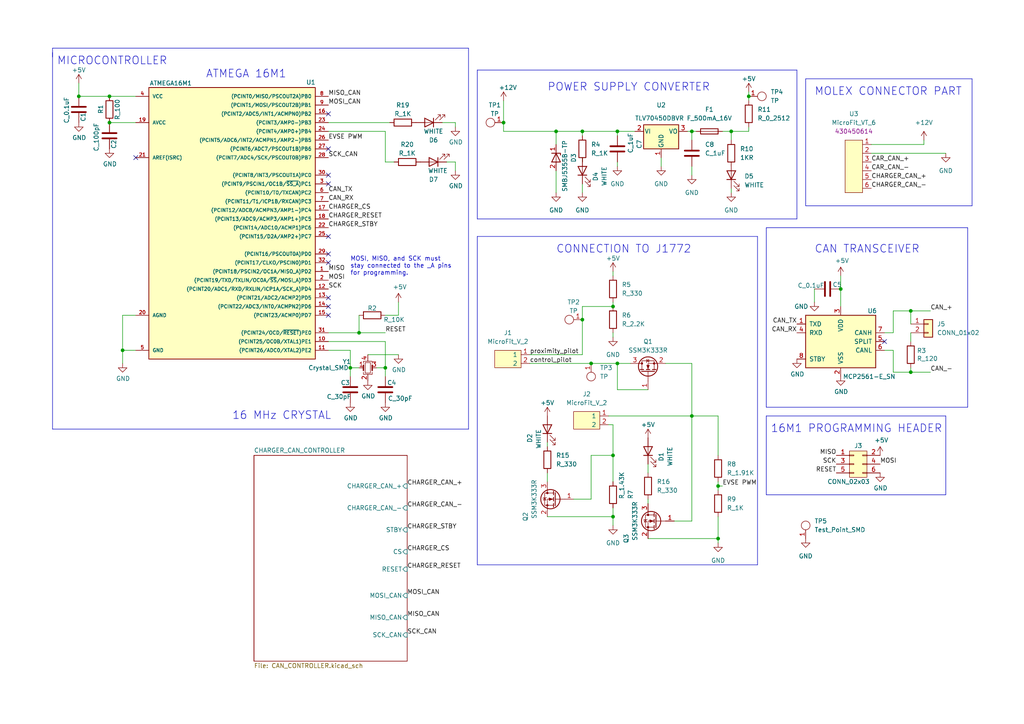
<source format=kicad_sch>
(kicad_sch (version 20230121) (generator eeschema)
  (paper "A4")
  (junction (at 200.66 38.1))
  (junction (at 208.28 140.97))
  (junction (at 177.8 132.08))
  (junction (at 179.07 105.41))
  (junction (at 111.76 106.68))
  (junction (at 177.8 149.86))
  (junction (at 212.09 38.1))
  (junction (at 168.91 92.71))
  (junction (at 161.29 38.1))
  (junction (at 146.05 35.56))
  (junction (at 35.56 101.6))
  (junction (at 200.66 120.65))
  (junction (at 31.75 27.94))
  (junction (at 217.17 27.94))
  (junction (at 243.84 83.82))
  (junction (at 104.14 96.52))
  (junction (at 264.16 107.95))
  (junction (at 171.45 105.41))
  (junction (at 22.86 27.94))
  (junction (at 101.6 106.68))
  (junction (at 264.16 90.17))
  (junction (at 31.75 35.56))
  (junction (at 179.07 38.1))
  (junction (at 208.28 156.21))
  (junction (at 168.91 38.1))
  (junction (at 177.8 88.9))
  (no_connect (at 95.25 68.58))
  (no_connect (at 95.25 43.18))
  (no_connect (at 95.25 53.34))
  (no_connect (at 95.25 33.02))
  (no_connect (at 95.25 76.2))
  (no_connect (at 95.25 50.8))
  (no_connect (at 95.25 86.36))
  (no_connect (at 256.54 99.06))
  (no_connect (at 95.25 88.9))
  (no_connect (at 95.25 91.44))
  (no_connect (at 39.37 45.72))
  (no_connect (at 95.25 73.66))
  (wire (pts (xy 208.28 156.21) (xy 208.28 157.48)))
  (wire (pts (xy 153.67 105.41) (xy 171.45 105.41)))
  (wire (pts (xy 171.45 132.08) (xy 177.8 132.08)))
  (wire (pts (xy 179.07 46.99) (xy 179.07 48.26)))
  (wire (pts (xy 199.39 38.1) (xy 200.66 38.1)))
  (wire (pts (xy 200.66 151.13) (xy 200.66 120.65)))
  (wire (pts (xy 161.29 38.1) (xy 161.29 41.91)))
  (wire (pts (xy 208.28 149.86) (xy 208.28 156.21)))
  (wire (pts (xy 264.16 107.95) (xy 269.875 107.95)))
  (polyline (pts (xy 135.89 124.46) (xy 135.89 13.97)))
  (wire (pts (xy 168.91 92.71) (xy 168.91 102.87)))
  (wire (pts (xy 259.08 101.6) (xy 259.08 107.95)))
  (wire (pts (xy 115.57 91.44) (xy 115.57 87.63)))
  (wire (pts (xy 217.17 26.67) (xy 217.17 27.94)))
  (wire (pts (xy 31.75 27.94) (xy 39.37 27.94)))
  (wire (pts (xy 146.05 35.56) (xy 146.05 38.1)))
  (wire (pts (xy 111.76 106.68) (xy 111.76 99.06)))
  (wire (pts (xy 243.84 88.9) (xy 243.84 83.82)))
  (polyline (pts (xy 138.43 20.32) (xy 231.14 20.32)))
  (polyline (pts (xy 281.94 59.69) (xy 281.94 22.86)))
  (wire (pts (xy 166.37 144.78) (xy 171.45 144.78)))
  (wire (pts (xy 252.73 44.45) (xy 274.32 44.45)))
  (wire (pts (xy 264.16 106.68) (xy 264.16 107.95)))
  (wire (pts (xy 179.07 105.41) (xy 182.88 105.41)))
  (wire (pts (xy 177.8 97.79) (xy 177.8 96.52)))
  (polyline (pts (xy 222.25 120.65) (xy 274.32 120.65)))
  (wire (pts (xy 256.54 101.6) (xy 259.08 101.6)))
  (wire (pts (xy 111.76 46.99) (xy 114.3 46.99)))
  (wire (pts (xy 129.54 46.99) (xy 132.08 46.99)))
  (wire (pts (xy 179.07 105.41) (xy 179.07 113.03)))
  (wire (pts (xy 208.28 120.65) (xy 208.28 132.08)))
  (polyline (pts (xy 233.68 59.69) (xy 281.94 59.69)))
  (wire (pts (xy 212.09 48.26) (xy 212.09 46.99)))
  (polyline (pts (xy 219.71 163.83) (xy 138.43 163.83)))
  (polyline (pts (xy 233.68 22.86) (xy 281.94 22.86)))
  (wire (pts (xy 158.75 149.86) (xy 177.8 149.86)))
  (wire (pts (xy 146.05 29.21) (xy 146.05 35.56)))
  (wire (pts (xy 111.76 91.44) (xy 115.57 91.44)))
  (polyline (pts (xy 222.25 66.04) (xy 280.67 66.04)))
  (wire (pts (xy 179.07 113.03) (xy 187.96 113.03)))
  (wire (pts (xy 208.28 139.7) (xy 208.28 140.97)))
  (wire (pts (xy 95.25 35.56) (xy 113.03 35.56)))
  (polyline (pts (xy 138.43 68.58) (xy 138.43 163.83)))
  (polyline (pts (xy 231.14 63.5) (xy 231.14 20.32)))
  (wire (pts (xy 177.8 123.19) (xy 177.8 132.08)))
  (wire (pts (xy 187.96 134.62) (xy 187.96 137.16)))
  (wire (pts (xy 22.86 24.13) (xy 22.86 27.94)))
  (wire (pts (xy 161.29 38.1) (xy 168.91 38.1)))
  (wire (pts (xy 158.75 128.27) (xy 158.75 129.54)))
  (wire (pts (xy 176.53 120.65) (xy 200.66 120.65)))
  (polyline (pts (xy 233.68 22.86) (xy 233.68 59.69)))
  (wire (pts (xy 243.84 83.82) (xy 243.84 80.01)))
  (wire (pts (xy 177.8 149.86) (xy 177.8 152.4)))
  (wire (pts (xy 193.04 105.41) (xy 200.66 105.41)))
  (wire (pts (xy 171.45 105.41) (xy 179.07 105.41)))
  (wire (pts (xy 177.8 147.32) (xy 177.8 149.86)))
  (wire (pts (xy 95.25 38.1) (xy 111.76 38.1)))
  (wire (pts (xy 22.86 27.94) (xy 31.75 27.94)))
  (wire (pts (xy 217.17 36.83) (xy 217.17 38.1)))
  (wire (pts (xy 168.91 46.99) (xy 168.91 45.72)))
  (wire (pts (xy 264.16 96.52) (xy 264.16 99.06)))
  (wire (pts (xy 191.77 45.72) (xy 191.77 48.26)))
  (wire (pts (xy 179.07 38.1) (xy 184.15 38.1)))
  (wire (pts (xy 208.28 140.97) (xy 209.55 140.97)))
  (wire (pts (xy 176.53 123.19) (xy 177.8 123.19)))
  (wire (pts (xy 200.66 38.1) (xy 200.66 40.64)))
  (wire (pts (xy 101.6 106.68) (xy 104.14 106.68)))
  (polyline (pts (xy 280.67 66.04) (xy 280.67 118.11)))
  (wire (pts (xy 177.8 80.01) (xy 177.8 78.74)))
  (wire (pts (xy 106.68 102.87) (xy 115.57 102.87)))
  (polyline (pts (xy 138.43 20.32) (xy 138.43 63.5)))
  (wire (pts (xy 153.67 102.87) (xy 168.91 102.87)))
  (wire (pts (xy 158.75 137.16) (xy 158.75 139.7)))
  (polyline (pts (xy 135.89 13.97) (xy 15.24 13.97)))
  (wire (pts (xy 208.28 140.97) (xy 208.28 142.24)))
  (wire (pts (xy 236.22 83.82) (xy 236.22 87.63)))
  (wire (pts (xy 128.27 35.56) (xy 132.08 35.56)))
  (wire (pts (xy 200.66 151.13) (xy 195.58 151.13)))
  (wire (pts (xy 109.22 106.68) (xy 111.76 106.68)))
  (polyline (pts (xy 15.24 15.24) (xy 15.24 16.51)))
  (wire (pts (xy 212.09 38.1) (xy 212.09 40.64)))
  (wire (pts (xy 177.8 88.9) (xy 168.91 88.9)))
  (wire (pts (xy 177.8 132.08) (xy 177.8 139.7)))
  (wire (pts (xy 177.8 87.63) (xy 177.8 88.9)))
  (wire (pts (xy 259.08 107.95) (xy 264.16 107.95)))
  (wire (pts (xy 168.91 53.34) (xy 168.91 55.88)))
  (wire (pts (xy 200.66 105.41) (xy 200.66 120.65)))
  (wire (pts (xy 217.17 38.1) (xy 212.09 38.1)))
  (wire (pts (xy 168.91 38.1) (xy 168.91 39.37)))
  (wire (pts (xy 132.08 46.99) (xy 132.08 49.53)))
  (wire (pts (xy 111.76 106.68) (xy 111.76 109.22)))
  (wire (pts (xy 161.29 49.53) (xy 161.29 55.88)))
  (wire (pts (xy 259.08 90.17) (xy 259.08 96.52)))
  (wire (pts (xy 146.05 38.1) (xy 161.29 38.1)))
  (wire (pts (xy 200.66 38.1) (xy 201.93 38.1)))
  (wire (pts (xy 187.96 144.78) (xy 187.96 146.05)))
  (wire (pts (xy 35.56 101.6) (xy 35.56 91.44)))
  (polyline (pts (xy 274.32 120.65) (xy 274.32 143.51)))
  (wire (pts (xy 39.37 101.6) (xy 35.56 101.6)))
  (wire (pts (xy 252.73 41.91) (xy 267.97 41.91)))
  (wire (pts (xy 168.91 88.9) (xy 168.91 92.71)))
  (wire (pts (xy 35.56 91.44) (xy 39.37 91.44)))
  (wire (pts (xy 168.91 38.1) (xy 179.07 38.1)))
  (wire (pts (xy 212.09 54.61) (xy 212.09 55.88)))
  (wire (pts (xy 101.6 109.22) (xy 101.6 106.68)))
  (polyline (pts (xy 138.43 68.58) (xy 219.71 68.58)))
  (wire (pts (xy 104.14 96.52) (xy 111.76 96.52)))
  (wire (pts (xy 264.16 90.17) (xy 269.875 90.17)))
  (wire (pts (xy 95.25 96.52) (xy 104.14 96.52)))
  (wire (pts (xy 171.45 144.78) (xy 171.45 132.08)))
  (wire (pts (xy 101.6 101.6) (xy 95.25 101.6)))
  (wire (pts (xy 111.76 38.1) (xy 111.76 46.99)))
  (wire (pts (xy 179.07 38.1) (xy 179.07 39.37)))
  (polyline (pts (xy 138.43 63.5) (xy 231.14 63.5)))
  (wire (pts (xy 200.66 48.26) (xy 200.66 50.8)))
  (polyline (pts (xy 219.71 68.58) (xy 219.71 163.83)))
  (wire (pts (xy 132.08 35.56) (xy 132.08 36.83)))
  (wire (pts (xy 104.14 96.52) (xy 104.14 91.44)))
  (wire (pts (xy 187.96 156.21) (xy 208.28 156.21)))
  (wire (pts (xy 101.6 106.68) (xy 101.6 101.6)))
  (wire (pts (xy 259.08 90.17) (xy 264.16 90.17)))
  (wire (pts (xy 111.76 99.06) (xy 95.25 99.06)))
  (wire (pts (xy 209.55 38.1) (xy 212.09 38.1)))
  (wire (pts (xy 35.56 105.41) (xy 35.56 101.6)))
  (wire (pts (xy 200.66 120.65) (xy 208.28 120.65)))
  (polyline (pts (xy 274.32 143.51) (xy 222.25 143.51)))
  (polyline (pts (xy 222.25 118.11) (xy 222.25 66.04)))
  (wire (pts (xy 264.16 90.17) (xy 264.16 93.98)))
  (polyline (pts (xy 15.24 124.46) (xy 135.89 124.46)))
  (wire (pts (xy 256.54 96.52) (xy 259.08 96.52)))
  (wire (pts (xy 217.17 27.94) (xy 217.17 29.21)))
  (polyline (pts (xy 222.25 120.65) (xy 222.25 143.51)))
  (polyline (pts (xy 280.67 118.11) (xy 222.25 118.11)))
  (wire (pts (xy 267.97 41.91) (xy 267.97 40.64)))
  (wire (pts (xy 39.37 35.56) (xy 31.75 35.56)))
  (polyline (pts (xy 15.24 13.97) (xy 15.24 124.46)))
  (text "MOLEX CONNECTOR PART" (at 236.22 27.94 0) (effects (font (size 2.2606 2.2606)) (justify left bottom)))
  (text "MOSI, MISO, and SCK must\nstay connected to the _A pins\nfor programming." (at 101.6 80.01 0) (effects (font (size 1.27 1.27)) (justify left bottom)))
  (text "CAN TRANSCEIVER\n" (at 236.22 73.66 0) (effects (font (size 2.2606 2.2606)) (justify left bottom)))
  (text "POWER SUPPLY CONVERTER" (at 158.75 26.67 0) (effects (font (size 2.2606 2.2606)) (justify left bottom)))
  (text "MICROCONTROLLER" (at 16.51 19.05 0) (effects (font (size 2.2606 2.2606)) (justify left bottom)))
  (text "CONNECTION TO J1772 " (at 161.29 73.66 0) (effects (font (size 2.2606 2.2606)) (justify left bottom)))
  (text "16 MHz CRYSTAL\n" (at 67.31 121.92 0) (effects (font (size 2.2606 2.2606)) (justify left bottom)))
  (text "16M1 PROGRAMMING HEADER\n" (at 223.52 125.73 0) (effects (font (size 2.2606 2.2606)) (justify left bottom)))
  (text "ATMEGA 16M1\n" (at 59.69 22.86 0) (effects (font (size 2.2606 2.2606)) (justify left bottom)))
  (label "CHARGER_RESET" (at 95.25 63.5 0))
  (label "EVSE PWM" (at 95.25 40.64 0))
  (label "SCK" (at 95.25 83.82 0))
  (label "MISO" (at 242.57 132.08 180))
  (label "MISO_CAN" (at 118.11 179.07 0))
  (label "MOSI_CAN" (at 118.11 172.72 0))
  (label "CHARGER_CAN_-" (at 118.11 147.32 0))
  (label "MISO" (at 95.25 78.74 0))
  (label "SCK_CAN" (at 118.11 184.15 0))
  (label "MOSI" (at 255.27 134.62 0))
  (label "CAN_-" (at 269.875 107.95 0))
  (label "CHARGER_CAN_+" (at 118.11 140.97 0))
  (label "CAN_RX" (at 95.25 58.42 0))
  (label "EVSE PWM" (at 209.55 140.97 0))
  (label "CHARGER_RESET" (at 118.11 165.1 0))
  (label "CAN_TX" (at 95.25 55.88 0))
  (label "proximity_pilot" (at 153.67 102.87 0))
  (label "MISO_CAN" (at 95.25 27.94 0))
  (label "CHARGER_STBY" (at 95.25 66.04 0))
  (label "CAN_+" (at 269.875 90.17 0))
  (label "control_pilot" (at 153.67 105.41 0))
  (label "MOSI_CAN" (at 95.25 30.48 0))
  (label "SCK_CAN" (at 95.25 45.72 0))
  (label "CAR_CAN_-" (at 252.73 49.53 0))
  (label "CHARGER_CS" (at 95.25 60.96 0))
  (label "CHARGER_CAN_+" (at 252.73 52.07 0))
  (label "CAN_RX" (at 231.14 96.52 180))
  (label "RESET" (at 111.76 96.52 0))
  (label "CHARGER_STBY" (at 118.11 153.67 0))
  (label "CHARGER_CAN_-" (at 252.73 54.61 0))
  (label "RESET" (at 242.57 137.16 180))
  (label "CHARGER_CS" (at 118.11 160.02 0))
  (label "CAR_CAN_+" (at 252.73 46.99 0))
  (label "MOSI" (at 95.25 81.28 0))
  (label "SCK" (at 242.57 134.62 180))
  (label "CAN_TX" (at 231.14 93.98 180))
  (symbol (lib_id "formula:CONN_01x02") (at 269.24 93.98 0) (unit 1)
    (property "Reference" "J5" (at 271.78 93.98 0) (effects (justify left)))
    (property "Value" "CONN_01x02" (at 271.78 96.52 0) (effects (justify left)))
    (property "Footprint" "footprints:pinheader_1x2" (effects hide))
    (property "Datasheet" "https://katalog.we-online.de/em/datasheet/6130xx11121.pdf" (effects hide))
    (property "MFN" "DK" (effects hide))
    (property "MPN" "732-5315-ND" (effects hide))
  )
  (symbol (lib_id "OEM:LED_WHITE") (at 158.75 124.46 90) (unit 1)
    (property "Reference" "D2" (at 153.67 125.73 0) (effects (justify right)))
    (property "Value" "WHITE" (at 156.21 124.46 0) (effects (justify right)))
    (property "Footprint" "LED_SMD:LED_0603_1608Metric" (effects hide))
    (property "Datasheet" "${OEM_DIR}/parts/datasheets/harvatek_B1701TW--20P000314U1930.pdf" (effects hide))
    (property "MFN" "Harvatek" (effects hide))
    (property "MPN" "B1701TW--20P000314U1930" (effects hide))
    (property "DKPN" "3147-B1701TW--20P000314U1930DKR-ND" (effects hide))
    (property "Package" "0805" (effects hide))
    (property "NewDesigns" "Yes" (effects hide))
    (property "Stocked" "Digi-Reel" (effects hide))
    (property "Style" "SMD" (effects hide))
  )
  (symbol (lib_id "power:GND") (at 106.68 110.49 0) (unit 1)
    (property "Reference" "#PWR06" (effects hide))
    (property "Value" "GND" (at 106.807 114.8842 0))
  )
  (symbol (lib_id "formula:+12V_CHARGER") (at 146.05 29.21 0) (unit 1)
    (property "Reference" "#PWR016" (effects hide))
    (property "Value" "+12V_CHARGER" (at 147.32 25.4 0))
  )
  (symbol (lib_id "power:GND") (at 35.56 105.41 0) (unit 1)
    (property "Reference" "#PWR04" (effects hide))
    (property "Value" "GND" (at 35.687 109.8042 0))
  )
  (symbol (lib_id "power:GND") (at 212.09 55.88 0) (unit 1)
    (property "Reference" "#PWR026" (effects hide))
    (property "Value" "GND" (at 212.09 60.96 0))
  )
  (symbol (lib_id "power:GND") (at 233.68 156.21 0) (unit 1)
    (property "Reference" "#PWR028" (effects hide))
    (property "Value" "GND" (at 233.68 161.29 0))
  )
  (symbol (lib_id "power:GND") (at 179.07 48.26 0) (unit 1)
    (property "Reference" "#PWR021" (effects hide))
    (property "Value" "GND" (at 179.07 53.34 0))
  )
  (symbol (lib_id "formula:C_100pF") (at 31.75 39.37 0) (unit 1)
    (property "Reference" "C2" (at 33.02 43.18 90) (effects (justify left)))
    (property "Value" "C_100pF" (at 27.94 43.942 90) (effects (justify left)))
    (property "Footprint" "footprints:C_0603_1608Metric" (effects hide))
    (property "Datasheet" "https://katalog.we-online.de/pbs/datasheet/885012007057.pdf" (effects hide))
    (property "MFN" "DK" (effects hide))
    (property "MPN" "732-7852-1-ND" (effects hide))
    (property "PurchasingLink" "https://www.digikey.com/product-detail/en/wurth-electronics-inc/885012007057/732-7852-1-ND/5454479" (effects hide))
  )
  (symbol (lib_id "OEM:LED_WHITE") (at 124.46 35.56 180) (unit 1)
    (property "Reference" "D6" (at 125.73 40.64 0))
    (property "Value" "WHITE" (at 125.73 38.1 0))
    (property "Footprint" "LED_SMD:LED_0603_1608Metric" (effects hide))
    (property "Datasheet" "${OEM_DIR}/parts/datasheets/harvatek_B1701TW--20P000314U1930.pdf" (effects hide))
    (property "MFN" "Harvatek" (effects hide))
    (property "MPN" "B1701TW--20P000314U1930" (effects hide))
    (property "DKPN" "3147-B1701TW--20P000314U1930DKR-ND" (effects hide))
    (property "Package" "0805" (effects hide))
    (property "NewDesigns" "Yes" (effects hide))
    (property "Stocked" "Digi-Reel" (effects hide))
    (property "Style" "SMD" (effects hide))
  )
  (symbol (lib_id "power:GND") (at 208.28 157.48 0) (unit 1)
    (property "Reference" "#PWR025" (effects hide))
    (property "Value" "GND" (at 208.28 162.56 0))
  )
  (symbol (lib_id "OEM:LED_WHITE") (at 168.91 49.53 90) (unit 1)
    (property "Reference" "D4" (at 172.72 49.8601 0) (effects (justify right)))
    (property "Value" "WHITE" (at 175.26 48.26 0) (effects (justify right)))
    (property "Footprint" "LED_SMD:LED_0603_1608Metric" (effects hide))
    (property "Datasheet" "${OEM_DIR}/parts/datasheets/harvatek_B1701TW--20P000314U1930.pdf" (effects hide))
    (property "MFN" "Harvatek" (effects hide))
    (property "MPN" "B1701TW--20P000314U1930" (effects hide))
    (property "DKPN" "3147-B1701TW--20P000314U1930DKR-ND" (effects hide))
    (property "Package" "0805" (effects hide))
    (property "NewDesigns" "Yes" (effects hide))
    (property "Stocked" "Digi-Reel" (effects hide))
    (property "Style" "SMD" (effects hide))
  )
  (symbol (lib_id "formula:R_10K") (at 107.95 91.44 270) (unit 1)
    (property "Reference" "R2" (at 107.95 89.408 90))
    (property "Value" "R_10K" (at 114.3 92.71 90))
    (property "Footprint" "footprints:R_0805_OEM" (effects hide))
    (property "Datasheet" "http://www.bourns.com/data/global/pdfs/CRS.pdf" (effects hide))
    (property "MFN" "DK" (effects hide))
    (property "MPN" "CRS0805-FX-1002ELFCT-ND" (effects hide))
    (property "PurchasingLink" "https://www.digikey.com/products/en?keywords=CRS0805-FX-1002ELFCT-ND" (effects hide))
  )
  (symbol (lib_name "1KR_3") (lib_id "OEM:1KR") (at 116.84 35.56 90) (unit 1)
    (property "Reference" "R19" (at 116.84 30.48 90))
    (property "Value" "R_1K" (at 116.84 33.02 90))
    (property "Footprint" "OEM:R_0603" (effects hide))
    (property "Datasheet" "${OEM_DIR}/parts/datasheets/stackpole_RMCF_RMCP.pdf" (effects hide))
    (property "MFN" "Stackpole Electronics" (effects hide))
    (property "MPN" "RMCF0603FT1K00" (effects hide))
    (property "DKPN" "RMCF0603FT1K00TR-ND" (effects hide))
    (property "NewDesigns" "YES" (effects hide))
    (property "Stocked" "Reel" (effects hide))
    (property "Package" "0603" (effects hide))
    (property "Style" "SMD" (effects hide))
  )
  (symbol (lib_id "power:GND") (at 161.29 55.88 0) (unit 1)
    (property "Reference" "#PWR017" (effects hide))
    (property "Value" "GND" (at 161.29 60.96 0))
  )
  (symbol (lib_id "formula:+12V_CHARGER") (at 267.97 40.64 0) (unit 1)
    (property "Reference" "#PWR032" (effects hide))
    (property "Value" "+12V_CHARGER" (at 267.97 35.56 0))
  )
  (symbol (lib_id "OEM:TP_SMD") (at 218.44 27.94 270) (unit 1)
    (property "Reference" "TP4" (at 223.52 26.67 90) (effects (justify left)))
    (property "Value" "TP" (at 223.52 29.21 90) (effects (justify left)))
    (property "Footprint" "footprints:Test_Point_SMD" (effects hide))
    (property "MFN" "Keystone" (effects hide))
    (property "MPN" "5019" (effects hide))
    (property "DKPN" "36-5019TR-ND" (effects hide))
    (property "NewDesigns" "YES" (effects hide))
    (property "Stocked" "Reel" (effects hide))
    (property "Package" "Custom" (effects hide))
    (property "Style" "SMD" (effects hide))
  )
  (symbol (lib_name "1KR_1") (lib_id "OEM:1KR") (at 208.28 146.05 0) (unit 1)
    (property "Reference" "R9" (at 210.82 144.7799 0) (effects (justify left)))
    (property "Value" "R_1K" (at 210.82 147.3199 0) (effects (justify left)))
    (property "Footprint" "OEM:R_0603" (effects hide))
    (property "Datasheet" "${OEM_DIR}/parts/datasheets/stackpole_RMCF_RMCP.pdf" (effects hide))
    (property "MFN" "Stackpole Electronics" (effects hide))
    (property "MPN" "RMCF0603FT1K00" (effects hide))
    (property "DKPN" "RMCF0603FT1K00TR-ND" (effects hide))
    (property "NewDesigns" "YES" (effects hide))
    (property "Stocked" "Reel" (effects hide))
    (property "Package" "0603" (effects hide))
    (property "Style" "SMD" (effects hide))
  )
  (symbol (lib_id "OEM:2K2R") (at 177.8 92.71 0) (unit 1)
    (property "Reference" "R6" (at 180.34 91.4399 0) (effects (justify left)))
    (property "Value" "R_2.2K" (at 180.34 93.9799 0) (effects (justify left)))
    (property "Footprint" "OEM:R_0603" (effects hide))
    (property "Datasheet" "http://www.passivecomponent.com/wp-content/uploads/chipR/ASC_WR.pdf" (effects hide))
    (property "MFN" "Walsin Technology" (effects hide))
    (property "MPN" "WR06X222 JTL" (effects hide))
    (property "DKPN" "1292-WR06X222JTLDKR-ND" (effects hide))
    (property "NewDesigns" "YES" (effects hide))
    (property "Stocked" "Digi-Reel" (effects hide))
    (property "Package" "0603" (effects hide))
    (property "Style" "SMD" (effects hide))
  )
  (symbol (lib_id "power:GND") (at 236.22 87.63 0) (unit 1)
    (property "Reference" "#PWR011" (effects hide))
    (property "Value" "GND" (at 232.41 88.9 0))
  )
  (symbol (lib_id "power:GND") (at 101.6 116.84 0) (unit 1)
    (property "Reference" "#PWR05" (effects hide))
    (property "Value" "GND" (at 101.727 121.2342 0))
  )
  (symbol (lib_id "OEM:1KR") (at 118.11 46.99 90) (unit 1)
    (property "Reference" "R20" (at 118.11 41.91 90))
    (property "Value" "R_1K" (at 118.11 44.45 90))
    (property "Footprint" "OEM:R_0603" (effects hide))
    (property "Datasheet" "${OEM_DIR}/parts/datasheets/stackpole_RMCF_RMCP.pdf" (effects hide))
    (property "MFN" "Stackpole Electronics" (effects hide))
    (property "MPN" "RMCF0603FT1K00" (effects hide))
    (property "DKPN" "RMCF0603FT1K00TR-ND" (effects hide))
    (property "NewDesigns" "YES" (effects hide))
    (property "Stocked" "Reel" (effects hide))
    (property "Package" "0603" (effects hide))
    (property "Style" "SMD" (effects hide))
  )
  (symbol (lib_id "power:GND") (at 111.76 116.84 0) (unit 1)
    (property "Reference" "#PWR07" (effects hide))
    (property "Value" "GND" (at 111.887 121.2342 0))
  )
  (symbol (lib_id "OEM:SSM3K333R") (at 187.96 107.95 90) (unit 1)
    (property "Reference" "Q1" (at 187.96 99.06 90))
    (property "Value" "SSM3K333R" (at 187.96 101.6 90))
    (property "Footprint" "OEM:SOT-23F" (effects hide))
    (property "Datasheet" "${OEM_DIR}/parts/datasheets/toshiba_SSM3K333R.pdf" (effects hide))
    (property "MFN" "Toshiba" (effects hide))
    (property "MPN" "SSM3K333R,LF" (effects hide))
    (property "DKPN" "SSM3K333RLFDKR-ND" (effects hide))
    (property "Package" "SOT-23" (effects hide))
    (property "NewDesigns" "YES" (effects hide))
    (property "Stocked" "Digi-Reel" (effects hide))
    (property "Style" "SMD" (effects hide))
  )
  (symbol (lib_id "power:+5V") (at 187.96 127 0) (unit 1)
    (property "Reference" "#PWR034" (effects hide))
    (property "Value" "+5V" (at 187.96 123.19 0))
  )
  (symbol (lib_id "OEM:SSM3K333R") (at 161.29 144.78 0) (mirror y) (unit 1)
    (property "Reference" "Q2" (at 152.4 149.86 90))
    (property "Value" "SSM3K333R" (at 154.94 144.78 90))
    (property "Footprint" "OEM:SOT-23F" (effects hide))
    (property "Datasheet" "${OEM_DIR}/parts/datasheets/toshiba_SSM3K333R.pdf" (effects hide))
    (property "MFN" "Toshiba" (effects hide))
    (property "MPN" "SSM3K333R,LF" (effects hide))
    (property "DKPN" "SSM3K333RLFDKR-ND" (effects hide))
    (property "Package" "SOT-23" (effects hide))
    (property "NewDesigns" "YES" (effects hide))
    (property "Stocked" "Digi-Reel" (effects hide))
    (property "Style" "SMD" (effects hide))
  )
  (symbol (lib_id "OEM:3KR") (at 168.91 43.18 0) (unit 1)
    (property "Reference" "R4" (at 171.45 41.9099 0) (effects (justify left)))
    (property "Value" "R_1K" (at 171.45 44.4499 0) (effects (justify left)))
    (property "Footprint" "OEM:R_0603" (effects hide))
    (property "Datasheet" "https://www.yageo.com/upload/media/product/productsearch/datasheet/rchip/PYu-YC_TC_group_51_RoHS_L_9.pdf" (effects hide))
    (property "MFN" "Yageo" (effects hide))
    (property "MPN" "RC0603FR-103KL" (effects hide))
    (property "DKPN" "13-RC0603FR-103KLDKR-ND" (effects hide))
    (property "NewDesigns" "YES" (effects hide))
    (property "Stocked" "Digi-Reel" (effects hide))
    (property "Package" "0603" (effects hide))
    (property "Style" "SMD" (effects hide))
  )
  (symbol (lib_name "1KR_1") (lib_id "OEM:1KR") (at 158.75 133.35 0) (unit 1)
    (property "Reference" "R15" (at 161.29 132.08 0) (effects (justify left)))
    (property "Value" "R_330" (at 161.29 134.62 0) (effects (justify left)))
    (property "Footprint" "OEM:R_0603" (effects hide))
    (property "Datasheet" "${OEM_DIR}/parts/datasheets/stackpole_RMCF_RMCP.pdf" (effects hide))
    (property "MFN" "Stackpole Electronics" (effects hide))
    (property "MPN" "RMCF0603FT1K00" (effects hide))
    (property "DKPN" "RMCF0603FT1K00TR-ND" (effects hide))
    (property "NewDesigns" "YES" (effects hide))
    (property "Stocked" "Reel" (effects hide))
    (property "Package" "0603" (effects hide))
    (property "Style" "SMD" (effects hide))
  )
  (symbol (lib_id "power:+5V") (at 22.86 24.13 0) (unit 1)
    (property "Reference" "#PWR01" (effects hide))
    (property "Value" "+5V" (at 22.86 20.32 0))
  )
  (symbol (lib_id "power:+5V") (at 243.84 80.01 0) (unit 1)
    (property "Reference" "#PWR014" (effects hide))
    (property "Value" "+5V" (at 244.221 75.6158 0))
  )
  (symbol (lib_id "OEM:1uF") (at 200.66 44.45 0) (unit 1)
    (property "Reference" "C8" (at 204.47 41.9099 0) (effects (justify left)))
    (property "Value" "C_1uF" (at 204.47 44.4499 0) (effects (justify left)))
    (property "Footprint" "OEM:C_0603" (effects hide))
    (property "Datasheet" "https://media.digikey.com/pdf/Data%20Sheets/Samsung%20PDFs/CL10B105KA8NNNC_spec.pdf" (effects hide))
    (property "MFN" "Samsung Electro-Mechanics" (effects hide))
    (property "MPN" "CL10B105KA8NNNC" (effects hide))
    (property "DKPN" "1276-1184-2-ND" (effects hide))
    (property "Package" "0603" (effects hide))
    (property "Stocked" "Reel" (effects hide))
    (property "NewDesigns" "YES" (effects hide))
    (property "Style" "SMD" (effects hide))
  )
  (symbol (lib_id "power:GND") (at 274.32 44.45 0) (unit 1)
    (property "Reference" "#PWR033" (effects hide))
    (property "Value" "GND" (at 274.32 49.53 0))
  )
  (symbol (lib_id "power:GND") (at 243.84 109.22 0) (unit 1)
    (property "Reference" "#PWR015" (effects hide))
    (property "Value" "GND" (at 243.967 113.6142 0))
  )
  (symbol (lib_id "power:GND") (at 115.57 102.87 0) (unit 1)
    (property "Reference" "#PWR09" (effects hide))
    (property "Value" "GND" (at 115.697 107.2642 0))
  )
  (symbol (lib_id "power:GND") (at 22.86 35.56 0) (unit 1)
    (property "Reference" "#PWR02" (effects hide))
    (property "Value" "GND" (at 22.987 39.9542 0))
  )
  (symbol (lib_id "power:GND") (at 200.66 50.8 0) (unit 1)
    (property "Reference" "#PWR024" (effects hide))
    (property "Value" "GND" (at 200.66 55.88 0))
  )
  (symbol (lib_id "power:+5V") (at 158.75 120.65 0) (unit 1)
    (property "Reference" "#PWR031" (effects hide))
    (property "Value" "+5V" (at 158.75 116.84 0))
  )
  (symbol (lib_name "TP_SMD_3") (lib_id "OEM:TP_SMD") (at 233.68 154.94 0) (unit 1)
    (property "Reference" "TP5" (at 236.22 151.1299 0) (effects (justify left)))
    (property "Value" "Test_Point_SMD" (at 236.22 153.6699 0) (effects (justify left)))
    (property "Footprint" "footprints:Test_Point_SMD" (effects hide))
    (property "MPN" "5019" (effects hide))
    (property "MFN" "Keystone" (effects hide))
    (property "DKPN" "36-5019TR-ND" (effects hide))
    (property "NewDesigns" "YES" (effects hide))
    (property "Stocked" "Reel" (effects hide))
    (property "Package" "Custom" (effects hide))
    (property "Style" "SMD" (effects hide))
  )
  (symbol (lib_id "power:+5V") (at 255.27 132.08 0) (unit 1)
    (property "Reference" "#PWR029" (effects hide))
    (property "Value" "+5V" (at 255.651 127.6858 0))
  )
  (symbol (lib_name "1KR_1") (lib_id "OEM:1KR") (at 187.96 140.97 0) (unit 1)
    (property "Reference" "R16" (at 190.5 139.7 0) (effects (justify left)))
    (property "Value" "R_330" (at 190.5 142.24 0) (effects (justify left)))
    (property "Footprint" "OEM:R_0603" (effects hide))
    (property "Datasheet" "${OEM_DIR}/parts/datasheets/stackpole_RMCF_RMCP.pdf" (effects hide))
    (property "MFN" "Stackpole Electronics" (effects hide))
    (property "MPN" "RMCF0603FT1K00" (effects hide))
    (property "DKPN" "RMCF0603FT1K00TR-ND" (effects hide))
    (property "NewDesigns" "YES" (effects hide))
    (property "Stocked" "Reel" (effects hide))
    (property "Package" "0603" (effects hide))
    (property "Style" "SMD" (effects hide))
  )
  (symbol (lib_id "formula:R_100") (at 31.75 31.75 0) (unit 1)
    (property "Reference" "R1" (at 29.21 33.02 90) (effects (justify left)))
    (property "Value" "R_100" (at 34.036 34.798 90) (effects (justify left)))
    (property "Footprint" "footprints:R_0805_OEM" (effects hide))
    (property "Datasheet" "https://www.seielect.com/Catalog/SEI-rncp.pdf" (effects hide))
    (property "MFN" "DK" (effects hide))
    (property "MPN" "RNCP0805FTD100RCT-ND" (effects hide))
    (property "PurchasingLink" "https://www.digikey.com/products/en?keywords=RNCP0805FTD100RCT-ND" (effects hide))
  )
  (symbol (lib_name "TP_SMD_1") (lib_id "OEM:TP_SMD") (at 171.45 106.68 180) (unit 1)
    (property "Reference" "TP3" (at 173.99 106.68 0) (effects (justify right)))
    (property "Value" "TP" (at 173.99 109.22 0) (effects (justify right)))
    (property "Footprint" "footprints:Test_Point_SMD" (effects hide))
    (property "MFN" "Keystone" (effects hide))
    (property "MPN" "5019" (effects hide))
    (property "DKPN" "36-5019TR-ND" (effects hide))
    (property "NewDesigns" "YES" (effects hide))
    (property "Stocked" "Reel" (effects hide))
    (property "Package" "Custom" (effects hide))
    (property "Style" "SMD" (effects hide))
  )
  (symbol (lib_id "power:GND") (at 31.75 43.18 0) (unit 1)
    (property "Reference" "#PWR03" (effects hide))
    (property "Value" "GND" (at 31.877 47.5742 0))
  )
  (symbol (lib_id "formula:C_0.1uF") (at 22.86 31.75 0) (unit 1)
    (property "Reference" "C1" (at 24.13 35.306 90) (effects (justify left)))
    (property "Value" "C_0.1uF" (at 19.304 35.814 90) (effects (justify left)))
    (property "Footprint" "footprints:C_0603_1608Metric" (effects hide))
    (property "Datasheet" "http://datasheets.avx.com/X7RDielectric.pdf" (effects hide))
    (property "MFN" "DK" (effects hide))
    (property "MPN" "478-3352-1-ND" (effects hide))
    (property "PurchasingLink" "https://www.digikey.com/products/en?keywords=478-3352-1-ND" (effects hide))
  )
  (symbol (lib_id "formula:MCP2561-E_SN") (at 243.84 99.06 0) (unit 1)
    (property "Reference" "U6" (at 252.984 90.17 0))
    (property "Value" "MCP2561-E_SN" (at 252.095 109.22 0))
    (property "Footprint" "footprints:SOIC-8_3.9x4.9mm_Pitch1.27mm_OEM" (effects hide))
    (property "Datasheet" "http://www.microchip.com/mymicrochip/filehandler.aspx?ddocname=en561044" (effects hide))
    (property "MFN" "DK" (effects hide))
    (property "MPN" "MCP2561-E/SN-ND" (effects hide))
    (property "PurchasingLink" "https://www.digikey.com/products/en?keywords=mcp2561-e%2Fsn" (effects hide))
  )
  (symbol (lib_name "1uF_1") (lib_id "OEM:1uF") (at 179.07 43.18 0) (unit 1)
    (property "Reference" "C7" (at 185.42 43.18 90) (effects (justify left)))
    (property "Value" "C_1uF" (at 182.88 44.45 90) (effects (justify left)))
    (property "Footprint" "OEM:C_0603" (effects hide))
    (property "Datasheet" "https://media.digikey.com/pdf/Data%20Sheets/Samsung%20PDFs/CL10B105KA8NNNC_spec.pdf" (effects hide))
    (property "MFN" "Samsung Electro-Mechanics" (effects hide))
    (property "MPN" "CL10B105KA8NNNC" (effects hide))
    (property "DKPN" "1276-1184-2-ND" (effects hide))
    (property "Package" "0603" (effects hide))
    (property "Stocked" "Reel" (effects hide))
    (property "NewDesigns" "YES" (effects hide))
    (property "Style" "SMD" (effects hide))
  )
  (symbol (lib_id "power:GND") (at 132.08 49.53 0) (unit 1)
    (property "Reference" "#PWR013" (effects hide))
    (property "Value" "GND" (at 132.207 53.9242 0))
  )
  (symbol (lib_id "formula:C_30pF") (at 111.76 113.03 0) (unit 1)
    (property "Reference" "C4" (at 112.268 110.998 0) (effects (justify left)))
    (property "Value" "C_30pF" (at 112.522 115.57 0) (effects (justify left)))
    (property "Footprint" "footprints:C_0603_1608Metric" (effects hide))
    (property "Datasheet" "https://media.digikey.com/pdf/Data%20Sheets/Samsung%20PDFs/CL_Series_MLCC_ds.pdf" (effects hide))
    (property "MFN" "DK" (effects hide))
    (property "MPN" "1276-1130-1-ND" (effects hide))
    (property "PurchasingLink" "https://www.digikey.com/product-detail/en/samsung-electro-mechanics-america-inc/CL21C300JBANNNC/1276-1130-1-ND/3889216" (effects hide))
  )
  (symbol (lib_id "OEM:SMBJ5355B-TP") (at 161.29 45.72 270) (unit 1)
    (property "Reference" "D3" (at 166.37 44.45 0) (effects (justify left)))
    (property "Value" "SMBJ5355B-TP" (at 163.83 40.64 0) (effects (justify left)))
    (property "Footprint" "footprints:DO-214AA" (effects hide))
    (property "Datasheet" "https://www.mccsemi.com/pdf/Products/SMBJ5338B-SMBJ5388B(SMB).pdf" (effects hide))
    (property "MFN" "Micro Commercial Co" (effects hide))
    (property "MPN" "SMBJ5355B-TP" (effects hide))
    (property "DKPN" "SMBJ5355B-TPMSCT-ND" (effects hide))
    (property "NewDesigns" "YES" (effects hide))
    (property "Stocked" "Tape" (effects hide))
    (property "Package" "DO-214AA" (effects hide))
    (property "Style" "SMD" (effects hide))
  )
  (symbol (lib_name "TP_SMD_5") (lib_id "OEM:TP_SMD") (at 144.78 35.56 90) (unit 1)
    (property "Reference" "TP1" (at 143.51 30.48 90))
    (property "Value" "TP" (at 143.51 33.02 90))
    (property "Footprint" "footprints:Test_Point_SMD" (effects hide))
    (property "MFN" "Keystone" (effects hide))
    (property "MPN" "5019" (effects hide))
    (property "DKPN" "36-5019TR-ND" (effects hide))
    (property "NewDesigns" "YES" (effects hide))
    (property "Stocked" "Reel" (effects hide))
    (property "Package" "Custom" (effects hide))
    (property "Style" "SMD" (effects hide))
  )
  (symbol (lib_id "OEM:LED_WHITE") (at 125.73 46.99 180) (unit 1)
    (property "Reference" "D7" (at 125.73 52.07 0))
    (property "Value" "WHITE" (at 127 49.53 0))
    (property "Footprint" "LED_SMD:LED_0603_1608Metric" (effects hide))
    (property "Datasheet" "${OEM_DIR}/parts/datasheets/harvatek_B1701TW--20P000314U1930.pdf" (effects hide))
    (property "MFN" "Harvatek" (effects hide))
    (property "MPN" "B1701TW--20P000314U1930" (effects hide))
    (property "DKPN" "3147-B1701TW--20P000314U1930DKR-ND" (effects hide))
    (property "Package" "0805" (effects hide))
    (property "NewDesigns" "Yes" (effects hide))
    (property "Stocked" "Digi-Reel" (effects hide))
    (property "Style" "SMD" (effects hide))
  )
  (symbol (lib_id "power:GND") (at 231.14 104.14 0) (unit 1)
    (property "Reference" "#PWR010" (effects hide))
    (property "Value" "GND" (at 231.267 108.5342 0))
  )
  (symbol (lib_id "OEM:1K43R") (at 177.8 143.51 0) (unit 1)
    (property "Reference" "R7" (at 182.88 144.78 90) (effects (justify left)))
    (property "Value" "R_1.43K" (at 180.34 144.7799 90) (effects (justify left)))
    (property "Footprint" "OEM:R_0603" (effects hide))
    (property "Datasheet" "${OEM_DIR}/parts/datasheets/stackpole_RMCF_RMCP.pdf" (effects hide))
    (property "MFN" "Stackpole Electronics" (effects hide))
    (property "MPN" "RMCF0603FT1K43" (effects hide))
    (property "DKPN" "RMCF0603FT1K43DKR-ND" (effects hide))
    (property "NewDesigns" "YES" (effects hide))
    (property "Stocked" "Digi-Reel" (effects hide))
    (property "Package" "0603" (effects hide))
    (property "Style" "SMD" (effects hide))
  )
  (symbol (lib_id "formula:R_120_DNP") (at 264.16 102.87 0) (unit 1)
    (property "Reference" "R3" (at 265.938 101.7016 0) (effects (justify left)))
    (property "Value" "R_120" (at 265.938 104.013 0) (effects (justify left)))
    (property "Footprint" "footprints:R_0603_1608Metric" (effects hide))
    (property "Datasheet" "https://www.mouser.com/datasheet/2/315/AOA0000C304-1149620.pdf" (effects hide))
    (property "MFN" "DK" (effects hide))
    (property "MPN" "667-ERJ-6ENF1200V" (effects hide))
    (property "PurchasingLink" "https://www.mouser.com/ProductDetail/Panasonic-Industrial-Devices/ERJ-6ENF1200V?qs=sGAEpiMZZMvdGkrng054t8AJgcdMkx7x%252bFQnctTMUmU%3d" (effects hide))
  )
  (symbol (lib_id "power:GND") (at 255.27 137.16 0) (unit 1)
    (property "Reference" "#PWR030" (effects hide))
    (property "Value" "GND" (at 255.397 141.5542 0))
  )
  (symbol (lib_id "OEM:F_500mA_16V") (at 205.74 38.1 90) (unit 1)
    (property "Reference" "F1" (at 205.74 31.75 90))
    (property "Value" "F_500mA_16V" (at 205.74 34.29 90))
    (property "Footprint" "footprints:Fuse_1210" (effects hide))
    (property "Datasheet" "https://belfuse.com/resources/CircuitProtection/datasheets/0ZCH%20Nov2016.pdf" (effects hide))
    (property "MFN" "Bel Fuse" (effects hide))
    (property "MPN" "0ZCH0050FF2G" (effects hide))
    (property "DKPN" "507-1786-1-ND" (effects hide))
    (property "NewDesigns" "YES" (effects hide))
    (property "Stocked" "Tape" (effects hide))
    (property "Package" "1210" (effects hide))
    (property "Style" "SMD" (effects hide))
  )
  (symbol (lib_id "formula:C_30pF") (at 101.6 113.03 0) (unit 1)
    (property "Reference" "C3" (at 98.806 110.998 0) (effects (justify left)))
    (property "Value" "C_30pF" (at 94.742 115.062 0) (effects (justify left)))
    (property "Footprint" "footprints:C_0603_1608Metric" (effects hide))
    (property "Datasheet" "https://media.digikey.com/pdf/Data%20Sheets/Samsung%20PDFs/CL_Series_MLCC_ds.pdf" (effects hide))
    (property "MFN" "DK" (effects hide))
    (property "MPN" "1276-1130-1-ND" (effects hide))
    (property "PurchasingLink" "https://www.digikey.com/product-detail/en/samsung-electro-mechanics-america-inc/CL21C300JBANNNC/1276-1130-1-ND/3889216" (effects hide))
  )
  (symbol (lib_id "OEM:1KR") (at 212.09 44.45 0) (unit 1)
    (property "Reference" "R10" (at 214.63 43.1799 0) (effects (justify left)))
    (property "Value" "1KR" (at 214.63 45.7199 0) (effects (justify left)))
    (property "Footprint" "OEM:R_0603" (effects hide))
    (property "Datasheet" "${OEM_DIR}/parts/datasheets/stackpole_RMCF_RMCP.pdf" (effects hide))
    (property "MFN" "Stackpole Electronics" (effects hide))
    (property "MPN" "RMCF0603FT1K00" (effects hide))
    (property "PurchasingLink" "https://www.digikey.com/products/en?keywords=RMCF0805JT200RCT-ND" (effects hide))
    (property "DKPN" "RMCF0603FT1K00TR-ND" (effects hide))
    (property "NewDesigns" "YES" (effects hide))
    (property "Stocked" "Reel" (effects hide))
    (property "Package" "0603" (effects hide))
    (property "Style" "SMD" (effects hide))
  )
  (symbol (lib_id "formula:C_0.1uF") (at 240.03 83.82 270) (unit 1)
    (property "Reference" "C5" (at 242.824 82.55 90))
    (property "Value" "C_0.1uF" (at 235.204 82.804 90))
    (property "Footprint" "footprints:C_0603_1608Metric" (effects hide))
    (property "Datasheet" "http://datasheets.avx.com/X7RDielectric.pdf" (effects hide))
    (property "MFN" "DK" (effects hide))
    (property "MPN" "478-3352-1-ND" (effects hide))
    (property "PurchasingLink" "https://www.digikey.com/products/en?keywords=478-3352-1-ND" (effects hide))
  )
  (symbol (lib_id "power:GND") (at 191.77 48.26 0) (unit 1)
    (property "Reference" "#PWR022" (effects hide))
    (property "Value" "GND" (at 191.77 53.34 0))
  )
  (symbol (lib_id "OEM:CONN_02x03") (at 248.92 134.62 0) (unit 1)
    (property "Reference" "J3" (at 248.92 129.286 0))
    (property "Value" "CONN_02x03" (at 246.126 139.7 0))
    (property "Footprint" "footprints:Pin_Header_Straight_2x03" (effects hide))
    (property "Datasheet" "http://portal.fciconnect.com/Comergent//fci/drawing/67996.pdf" (effects hide))
    (property "MFN" "Ampehnol ICC" (effects hide))
    (property "MPN" "10129381-906002BLF" (effects hide))
    (property "DKPN" "10129381-906002BLF-ND" (effects hide))
    (property "NewDesigns" "YES" (effects hide))
    (property "Stocked" "Bulk" (effects hide))
    (property "Package" ".1\" pin header" (effects hide))
    (property "Style" "THT" (effects hide))
  )
  (symbol (lib_id "power:GND") (at 132.08 36.83 0) (unit 1)
    (property "Reference" "#PWR012" (effects hide))
    (property "Value" "GND" (at 132.207 41.2242 0))
  )
  (symbol (lib_id "formula:ATMEGA16M1") (at 67.31 71.12 0) (unit 1)
    (property "Reference" "U1" (at 90.17 23.876 0))
    (property "Value" "ATMEGA16M1" (at 49.53 24.13 0))
    (property "Footprint" "footprints:TQFP-32_7x7mm_Pitch0.8mm" (effects hide))
    (property "Datasheet" "http://ww1.microchip.com/downloads/en/DeviceDoc/Atmel-8209-8-bit%20AVR%20ATmega16M1-32M1-64M1_Datasheet.pdf" (effects hide))
    (property "MFN" "DK" (effects hide))
    (property "MPN" "ATMEGA16M1-AU-ND" (effects hide))
    (property "PurchasingLink" "https://www.digikey.com/product-detail/en/atmel/ATMEGA16M1-AU/ATMEGA16M1-AU-ND/2271208" (effects hide))
  )
  (symbol (lib_id "OEM:330R") (at 177.8 83.82 0) (unit 1)
    (property "Reference" "R5" (at 180.34 82.5499 0) (effects (justify left)))
    (property "Value" "R_330" (at 180.34 85.0899 0) (effects (justify left)))
    (property "Footprint" "OEM:R_0603" (effects hide))
    (property "Datasheet" "http://www.passivecomponent.com/wp-content/uploads/chipR/ASC_WR.pdf" (effects hide))
    (property "MFN" "Walsin" (effects hide))
    (property "MPN" "WR06X3300FTL" (effects hide))
    (property "DKPN" "1292-WR06X3300FTLDKR-ND" (effects hide))
    (property "NewDesigns" "YES" (effects hide))
    (property "Stocked" "Digi-Reel" (effects hide))
    (property "Package" "0603" (effects hide))
    (property "Style" "SMD" (effects hide))
  )
  (symbol (lib_id "OEM:LED_WHITE") (at 212.09 50.8 90) (unit 1)
    (property "Reference" "D5" (at 215.9 51.1174 90) (effects (justify right)))
    (property "Value" "WHITE" (at 215.9 53.6574 90) (effects (justify right)))
    (property "Footprint" "LED_SMD:LED_0603_1608Metric" (effects hide))
    (property "Datasheet" "${OEM_DIR}/parts/datasheets/harvatek_B1701TW--20P000314U1930.pdf" (effects hide))
    (property "MFN" "Harvatek" (effects hide))
    (property "MPN" "B1701TW--20P000314U1930" (effects hide))
    (property "DKPN" "3147-B1701TW--20P000314U1930DKR-ND" (effects hide))
    (property "Package" "0805" (effects hide))
    (property "NewDesigns" "Yes" (effects hide))
    (property "Stocked" "Digi-Reel" (effects hide))
    (property "Style" "SMD" (effects hide))
  )
  (symbol (lib_id "power:GND") (at 177.8 97.79 0) (unit 1)
    (property "Reference" "#PWR020" (effects hide))
    (property "Value" "GND" (at 177.8 102.87 0))
  )
  (symbol (lib_id "power:GND") (at 177.8 152.4 0) (unit 1)
    (property "Reference" "#PWR023" (effects hide))
    (property "Value" "GND" (at 177.8 157.48 0))
  )
  (symbol (lib_id "formula:Crystal_SMD") (at 106.68 106.68 0) (unit 1)
    (property "Reference" "Y1" (at 99.314 104.902 0) (effects (justify left)))
    (property "Value" "Crystal_SMD" (at 89.408 106.68 0) (effects (justify left)))
    (property "Footprint" "footprints:Crystal_SMD_FA238" (effects hide))
    (property "Datasheet" "http://www.txccorp.com/download/products/quartz_crystals/2015TXC_7M_17.pdf" (effects hide))
    (property "MFN" "DK" (effects hide))
    (property "MPN" "887-1125-1-ND" (effects hide))
    (property "PurchasingLink" "https://www.digikey.com/product-detail/en/txc-corporation/7M-16.000MAAJ-T/887-1125-1-ND/2119014" (effects hide))
  )
  (symbol (lib_id "OEM:1K91R") (at 208.28 135.89 0) (unit 1)
    (property "Reference" "R8" (at 210.82 134.6199 0) (effects (justify left)))
    (property "Value" "R_1.91K" (at 210.82 137.1599 0) (effects (justify left)))
    (property "Footprint" "OEM:R_0603" (effects hide))
    (property "Datasheet" "${OEM_DIR}/parts/datasheets/stackpole_RMCF_RMCP.pdf" (effects hide))
    (property "MPN" "RMCF0603FT1K91" (effects hide))
    (property "MFN" "Stackpole Electronics" (effects hide))
    (property "DKPN" "RMCF0603FT1K91DKR-ND" (effects hide))
    (property "NewDesigns" "YES" (effects hide))
    (property "Stocked" "Digi-Reel" (effects hide))
    (property "Package" "0603" (effects hide))
    (property "Style" "SMD" (effects hide))
  )
  (symbol (lib_id "OEM:SSM3K333R") (at 190.5 151.13 0) (mirror y) (unit 1)
    (property "Reference" "Q3" (at 181.61 156.21 90))
    (property "Value" "SSM3K333R" (at 184.15 151.13 90))
    (property "Footprint" "OEM:SOT-23F" (effects hide))
    (property "Datasheet" "${OEM_DIR}/parts/datasheets/toshiba_SSM3K333R.pdf" (effects hide))
    (property "MFN" "Toshiba" (effects hide))
    (property "MPN" "SSM3K333R,LF" (effects hide))
    (property "DKPN" "SSM3K333RLFDKR-ND" (effects hide))
    (property "Package" "SOT-23" (effects hide))
    (property "NewDesigns" "YES" (effects hide))
    (property "Stocked" "Digi-Reel" (effects hide))
    (property "Style" "SMD" (effects hide))
  )
  (symbol (lib_id "OEM:LED_WHITE") (at 187.96 130.81 90) (unit 1)
    (property "Reference" "D1" (at 191.77 131.1401 0) (effects (justify right)))
    (property "Value" "WHITE" (at 194.31 129.54 0) (effects (justify right)))
    (property "Footprint" "LED_SMD:LED_0603_1608Metric" (effects hide))
    (property "Datasheet" "${OEM_DIR}/parts/datasheets/harvatek_B1701TW--20P000314U1930.pdf" (effects hide))
    (property "MFN" "Harvatek" (effects hide))
    (property "MPN" "B1701TW--20P000314U1930" (effects hide))
    (property "DKPN" "3147-B1701TW--20P000314U1930DKR-ND" (effects hide))
    (property "Package" "0805" (effects hide))
    (property "NewDesigns" "Yes" (effects hide))
    (property "Stocked" "Digi-Reel" (effects hide))
    (property "Style" "SMD" (effects hide))
  )
  (symbol (lib_name "TP_SMD_2") (lib_id "OEM:TP_SMD") (at 167.64 92.71 90) (unit 1)
    (property "Reference" "TP2" (at 166.37 87.63 90))
    (property "Value" "TP" (at 166.37 90.17 90))
    (property "Footprint" "footprints:Test_Point_SMD" (effects hide))
    (property "MFN" "Keystone" (effects hide))
    (property "MPN" "5019" (effects hide))
    (property "DKPN" "36-5019TR-ND" (effects hide))
    (property "NewDesigns" "YES" (effects hide))
    (property "Stocked" "Reel" (effects hide))
    (property "Package" "Custom" (effects hide))
    (property "Style" "SMD" (effects hide))
  )
  (symbol (lib_id "power:+5V") (at 217.17 26.67 0) (unit 1)
    (property "Reference" "#PWR027" (effects hide))
    (property "Value" "+5V" (at 217.17 22.86 0))
  )
  (symbol (lib_id "power:GND") (at 168.91 55.88 0) (unit 1)
    (property "Reference" "#PWR018" (effects hide))
    (property "Value" "GND" (at 168.91 60.96 0))
  )
  (symbol (lib_id "OEM:TLV70450DBVR") (at 191.77 38.1 0) (unit 1)
    (property "Reference" "U2" (at 191.77 30.48 0))
    (property "Value" "TLV70450DBVR" (at 184.15 34.29 0) (effects (justify left)))
    (property "Footprint" "OEM:SOT-23-5" (effects hide))
    (property "MFN" "STMicroelectronics" (effects hide))
    (property "MPN" "TLV70450DBVR" (effects hide))
    (property "DKPN" "296-39287-1-ND" (effects hide))
    (property "NewDesigns" "YES" (effects hide))
    (property "Stocked" "Tape" (effects hide))
    (property "Package" "SOT23-5" (effects hide))
    (property "Style" "SMD" (effects hide))
  )
  (symbol (lib_id "power:+5V") (at 115.57 87.63 0) (unit 1)
    (property "Reference" "#PWR08" (effects hide))
    (property "Value" "+5V" (at 115.951 83.2358 0))
  )
  (symbol (lib_id "OEM:0R_2512") (at 217.17 33.02 0) (unit 1)
    (property "Reference" "R11" (at 219.71 31.7499 0) (effects (justify left)))
    (property "Value" "R_0_2512" (at 219.71 34.2899 0) (effects (justify left)))
    (property "Footprint" "Resistor_SMD:R_2512_6332Metric" (effects hide))
    (property "Datasheet" "${OEM_DIR}/parts/datasheets/stackpole_RMCF_RMCP.pdf" (effects hide))
    (property "MFN" "Stackpole Electronics" (effects hide))
    (property "MPN" "CR2512-J/-000ELF" (effects hide))
    (property "DKPN" "CR2512-J/-000ELFCT-ND" (effects hide))
    (property "NewDesigns" "YES" (effects hide))
    (property "Stocked" "Tape" (effects hide))
    (property "Package" "2512" (effects hide))
    (property "Style" "SMD" (effects hide))
  )
  (symbol (lib_id "OEM:MicroFit_VT_3x2") (at 247.65 48.26 0) (unit 1)
    (property "Reference" "U3" (at 247.65 33.02 0))
    (property "Value" "MicroFit_VT_6" (at 247.65 35.56 0))
    (property "Footprint" "footprints:MicroFit_VT_6" (effects hide))
    (property "MPN" "430450614" (at 247.65 38.1 0))
    (property "MFN" "Molex" (effects hide))
    (property "DKPN" "WM1797-ND" (effects hide))
    (property "NewDesigns" "YES" (effects hide))
    (property "Stocked" "Tray" (effects hide))
    (property "Package" "Custom" (effects hide))
    (property "Style" "THT" (effects hide))
  )
  (symbol (lib_id "OEM:MicroFit_VT_2") (at 147.32 104.14 0) (unit 1)
    (property "Reference" "J1" (at 147.32 96.52 0))
    (property "Value" "MicroFit_V_2" (at 147.32 99.06 0))
    (property "Footprint" "footprints:MicroFit_V_2" (effects hide))
    (property "Datasheet" "https://www.molex.com/pdm_docs/sd/430450225_sd.pdf" (effects hide))
    (property "MPN" "0430450212" (effects hide))
    (property "MFN" "Molex" (effects hide))
    (property "Stocked" "Tray" (effects hide))
    (property "DKPN" "WM1789-ND" (effects hide))
    (property "NewDesigns" "YES" (effects hide))
    (property "Package" "Custom" (effects hide))
    (property "Style" "THT" (effects hide))
    (property "MatesWith" "0430250200" (effects hide))
  )
  (symbol (lib_name "MicroFit_VT_2_1") (lib_id "OEM:MicroFit_VT_2") (at 170.18 121.92 0) (unit 1)
    (property "Reference" "J2" (at 170.18 114.3 0))
    (property "Value" "MicroFit_V_2" (at 170.18 116.84 0))
    (property "Footprint" "footprints:MicroFit_V_2" (effects hide))
    (property "Datasheet" "https://www.molex.com/pdm_docs/sd/430450225_sd.pdf" (effects hide))
    (property "MPN" "0430450212" (effects hide))
    (property "MFN" "Molex" (effects hide))
    (property "Stocked" "Tray" (effects hide))
    (property "DKPN" "WM1789-ND" (effects hide))
    (property "NewDesigns" "YES" (effects hide))
    (property "Package" "Custom" (effects hide))
    (property "Style" "THT" (effects hide))
    (property "MatesWith" "0430250200" (effects hide))
  )
  (symbol (lib_id "power:+5V") (at 177.8 78.74 0) (unit 1)
    (property "Reference" "#PWR019" (effects hide))
    (property "Value" "+5V" (at 177.8 74.93 0))
  )
  (sheet (at 73.66 132.08) (size 44.45 59.69) (stroke (width 0.1524))
    (property "Sheetname" "CHARGER_CAN_CONTROLLER" (at 73.66 131.3684 0) (effects (justify left bottom)))
    (property "Sheetfile" "CAN_CONTROLLER.kicad_sch" (at 73.66 192.3546 0) (effects (justify left top)))
    (pin "STBY" input (at 118.11 153.67 0))
    (pin "CS" input (at 118.11 160.02 0))
    (pin "RESET" input (at 118.11 165.1 0))
    (pin "MOSI_CAN" input (at 118.11 172.72 0))
    (pin "MISO_CAN" input (at 118.11 179.07 0))
    (pin "CHARGER_CAN_+" input (at 118.11 140.97 0))
    (pin "CHARGER_CAN_-" input (at 118.11 147.32 0))
    (pin "SCK_CAN" input (at 118.11 184.15 0))
  )
)
</source>
